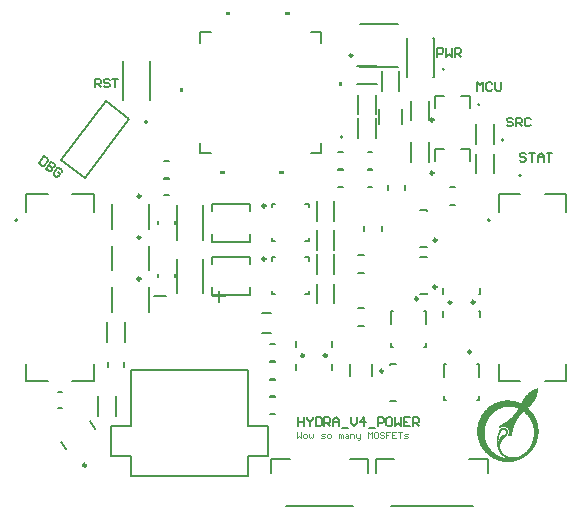
<source format=gto>
G04*
G04 #@! TF.GenerationSoftware,Altium Limited,Altium Designer,24.4.1 (13)*
G04*
G04 Layer_Color=65535*
%FSLAX44Y44*%
%MOMM*%
G71*
G04*
G04 #@! TF.SameCoordinates,740DF4E5-9B0E-41A3-91D6-8293D7FF8DF9*
G04*
G04*
G04 #@! TF.FilePolarity,Positive*
G04*
G01*
G75*
%ADD10C,0.2000*%
%ADD11C,0.2500*%
%ADD12C,0.1524*%
%ADD13C,0.1500*%
%ADD14C,0.1270*%
%ADD15C,0.1000*%
G36*
X-64405Y98991D02*
X-60595D01*
Y96451D01*
X-64405D01*
Y98991D01*
D02*
G37*
G36*
X205000Y-85000D02*
X204970Y-85711D01*
X204941Y-85800D01*
X204896Y-86170D01*
X204867Y-86584D01*
X204837Y-86940D01*
X204807Y-87117D01*
X204778Y-87265D01*
X204734Y-87665D01*
X204660Y-88124D01*
X204630Y-88243D01*
X204600Y-88391D01*
X204571Y-88657D01*
X204541Y-88805D01*
X204511Y-88924D01*
X204467Y-89087D01*
X204437Y-89294D01*
X204408Y-89472D01*
X204349Y-89620D01*
X204319Y-89738D01*
X204275Y-90019D01*
X204215Y-90167D01*
X204171Y-90330D01*
X204141Y-90538D01*
X204052Y-90745D01*
X204023Y-90863D01*
X203978Y-91056D01*
X203919Y-91204D01*
X203830Y-91530D01*
X203756Y-91692D01*
X203727Y-91811D01*
X203579Y-92196D01*
X203549Y-92314D01*
X203431Y-92581D01*
X203401Y-92699D01*
X203342Y-92759D01*
X203312Y-92877D01*
X203164Y-93203D01*
X203105Y-93351D01*
X202986Y-93617D01*
X202957Y-93677D01*
X202897Y-93736D01*
X202853Y-93899D01*
X202779Y-94002D01*
X202720Y-94150D01*
X202690Y-94210D01*
X202631Y-94269D01*
X202557Y-94461D01*
X202512Y-94506D01*
X202483Y-94565D01*
X202365Y-94772D01*
X202216Y-95039D01*
X202098Y-95246D01*
X202039Y-95305D01*
X202009Y-95424D01*
X201891Y-95542D01*
X201861Y-95631D01*
X201743Y-95809D01*
X201713Y-95868D01*
X201624Y-95957D01*
X201535Y-96105D01*
X201417Y-96283D01*
X201387Y-96342D01*
X201298Y-96431D01*
X201269Y-96490D01*
X201180Y-96579D01*
X201091Y-96727D01*
X200810Y-97097D01*
X200765Y-97141D01*
X200736Y-97200D01*
X200617Y-97319D01*
X200529Y-97467D01*
X200440Y-97556D01*
X200410Y-97615D01*
X200292Y-97733D01*
X200262Y-97793D01*
X200084Y-97970D01*
X200055Y-98030D01*
X199907Y-98178D01*
X199877Y-98237D01*
X199729Y-98385D01*
X199699Y-98444D01*
X199640Y-98474D01*
X199611Y-98533D01*
X199462Y-98681D01*
X199433Y-98740D01*
X199344Y-98799D01*
X199314Y-98859D01*
X197967Y-100206D01*
X197923Y-100221D01*
X197893Y-100280D01*
X197848Y-100325D01*
X197789Y-100354D01*
X197701Y-100473D01*
X197641Y-100502D01*
X197256Y-100887D01*
X197197Y-100917D01*
X196960Y-101154D01*
X196901Y-101183D01*
X196634Y-101450D01*
X196575Y-101480D01*
X196427Y-101628D01*
X196368Y-101657D01*
X196324Y-101790D01*
X196353Y-101879D01*
X196397Y-101924D01*
X196457Y-101953D01*
X196575Y-102072D01*
X196620Y-102087D01*
X196649Y-102146D01*
X196827Y-102294D01*
X197019Y-102486D01*
X197064Y-102501D01*
X197093Y-102560D01*
X197138Y-102605D01*
X197197Y-102634D01*
X197256Y-102723D01*
X197316Y-102753D01*
X198071Y-103508D01*
X198100Y-103567D01*
X198145Y-103612D01*
X198189Y-103626D01*
X198219Y-103686D01*
X198604Y-104071D01*
X198633Y-104130D01*
X198781Y-104278D01*
X198796Y-104322D01*
X198855Y-104352D01*
X198929Y-104456D01*
X199018Y-104544D01*
X199048Y-104604D01*
X199166Y-104722D01*
X199196Y-104781D01*
X199314Y-104900D01*
X199344Y-104959D01*
X199462Y-105077D01*
X199492Y-105137D01*
X199581Y-105225D01*
X199611Y-105285D01*
X199744Y-105448D01*
X199981Y-105744D01*
X200025Y-105788D01*
X200055Y-105847D01*
X200203Y-106055D01*
X200232Y-106114D01*
X200321Y-106203D01*
X200351Y-106262D01*
X200440Y-106351D01*
X200558Y-106558D01*
X200617Y-106617D01*
X200647Y-106677D01*
X200706Y-106736D01*
X200795Y-106884D01*
X200854Y-106943D01*
X201091Y-107358D01*
X201150Y-107417D01*
X201239Y-107565D01*
X201358Y-107772D01*
X201417Y-107831D01*
X201654Y-108246D01*
X201831Y-108542D01*
X201980Y-108809D01*
X202098Y-109016D01*
X202246Y-109283D01*
X202335Y-109490D01*
X202365Y-109549D01*
X202424Y-109608D01*
X202453Y-109727D01*
X202483Y-109786D01*
X202601Y-109964D01*
X202631Y-110082D01*
X202690Y-110141D01*
X202779Y-110378D01*
X202897Y-110645D01*
X202927Y-110704D01*
X203046Y-110970D01*
X203075Y-111030D01*
X203164Y-111237D01*
X203312Y-111563D01*
X203342Y-111681D01*
X203460Y-111948D01*
X203490Y-112066D01*
X203549Y-112125D01*
X203608Y-112362D01*
X203638Y-112421D01*
X203727Y-112629D01*
X203771Y-112792D01*
X203845Y-112954D01*
X203875Y-113073D01*
X203919Y-113236D01*
X203993Y-113399D01*
X204052Y-113636D01*
X204141Y-113843D01*
X204186Y-114065D01*
X204245Y-114213D01*
X204289Y-114376D01*
X204334Y-114598D01*
X204408Y-114790D01*
X204437Y-114909D01*
X204482Y-115131D01*
X204556Y-115383D01*
X204585Y-115501D01*
X204615Y-115768D01*
X204674Y-115916D01*
X204704Y-116034D01*
X204734Y-116241D01*
X204763Y-116360D01*
X204807Y-116552D01*
X204837Y-116671D01*
X204867Y-116908D01*
X204926Y-117263D01*
X204985Y-117500D01*
X205015Y-117855D01*
X205044Y-118122D01*
X205074Y-118270D01*
X205104Y-118448D01*
X205148Y-118847D01*
X205193Y-119632D01*
X205222Y-119810D01*
X205266Y-119913D01*
X205296Y-120002D01*
X205281Y-123186D01*
X205237Y-123200D01*
X205178Y-123615D01*
X205133Y-124429D01*
X205104Y-124666D01*
X205044Y-124962D01*
X205015Y-125259D01*
X204985Y-125584D01*
X204956Y-125732D01*
X204911Y-125895D01*
X204852Y-126310D01*
X204807Y-126561D01*
X204763Y-126724D01*
X204734Y-126932D01*
X204660Y-127243D01*
X204615Y-127406D01*
X204585Y-127524D01*
X204556Y-127761D01*
X204526Y-127850D01*
X204467Y-127998D01*
X204423Y-128279D01*
X204363Y-128427D01*
X204319Y-128590D01*
X204289Y-128708D01*
X204245Y-128871D01*
X204171Y-129064D01*
X204126Y-129316D01*
X204023Y-129567D01*
X203978Y-129760D01*
X203875Y-130011D01*
X203830Y-130204D01*
X203786Y-130248D01*
X203727Y-130485D01*
X203667Y-130633D01*
X203579Y-130841D01*
X203549Y-130959D01*
X203431Y-131226D01*
X203401Y-131344D01*
X203342Y-131403D01*
X203312Y-131522D01*
X203268Y-131685D01*
X203223Y-131729D01*
X203105Y-132025D01*
X203016Y-132232D01*
X202720Y-132884D01*
X202690Y-132943D01*
X202631Y-133002D01*
X202557Y-133195D01*
X202216Y-133831D01*
X202157Y-133980D01*
X202128Y-134039D01*
X202068Y-134098D01*
X201772Y-134631D01*
X201654Y-134838D01*
X201506Y-135105D01*
X201298Y-135430D01*
X201269Y-135490D01*
X201210Y-135549D01*
X201091Y-135756D01*
X201032Y-135815D01*
X201002Y-135904D01*
X200884Y-136082D01*
X200854Y-136141D01*
X200765Y-136230D01*
X200676Y-136378D01*
X200617Y-136437D01*
X200529Y-136585D01*
X200469Y-136645D01*
X200380Y-136793D01*
X200232Y-137000D01*
X199951Y-137370D01*
X199907Y-137415D01*
X199818Y-137563D01*
X199729Y-137652D01*
X199699Y-137711D01*
X199611Y-137800D01*
X199581Y-137859D01*
X199492Y-137948D01*
X199462Y-138007D01*
X199329Y-138170D01*
X199270Y-138258D01*
X199211Y-138288D01*
X199063Y-138466D01*
X198989Y-138569D01*
X198870Y-138688D01*
X198841Y-138747D01*
X198722Y-138866D01*
X198692Y-138925D01*
X198574Y-139043D01*
X198559Y-139088D01*
X198500Y-139117D01*
X198352Y-139295D01*
X198011Y-139635D01*
X197997Y-139680D01*
X197937Y-139710D01*
X197893Y-139754D01*
X197863Y-139813D01*
X197775Y-139872D01*
X197745Y-139932D01*
X197552Y-140124D01*
X197508Y-140139D01*
X197478Y-140198D01*
X197434Y-140243D01*
X197375Y-140272D01*
X197330Y-140317D01*
X197316Y-140361D01*
X197256Y-140391D01*
X196812Y-140835D01*
X196753Y-140864D01*
X196723Y-140924D01*
X196664Y-140953D01*
X196516Y-141101D01*
X196457Y-141131D01*
X196338Y-141249D01*
X196279Y-141279D01*
X196161Y-141397D01*
X196101Y-141427D01*
X195865Y-141664D01*
X195805Y-141694D01*
X195687Y-141812D01*
X195628Y-141842D01*
X195539Y-141931D01*
X195391Y-142019D01*
X195302Y-142108D01*
X195243Y-142138D01*
X195154Y-142227D01*
X195095Y-142256D01*
X194976Y-142375D01*
X194828Y-142464D01*
X194769Y-142523D01*
X194621Y-142612D01*
X194562Y-142671D01*
X194502Y-142701D01*
X194414Y-142789D01*
X194206Y-142908D01*
X194147Y-142967D01*
X194088Y-142997D01*
X193999Y-143085D01*
X193851Y-143174D01*
X193643Y-143293D01*
X193584Y-143352D01*
X193436Y-143441D01*
X193229Y-143559D01*
X193140Y-143648D01*
X192726Y-143885D01*
X192666Y-143944D01*
X192548Y-143974D01*
X192459Y-144063D01*
X192267Y-144137D01*
X192192Y-144211D01*
X191748Y-144448D01*
X191689Y-144507D01*
X191526Y-144551D01*
X191452Y-144625D01*
X191260Y-144699D01*
X191186Y-144773D01*
X191023Y-144818D01*
X190919Y-144892D01*
X190771Y-144951D01*
X190712Y-144981D01*
X190564Y-145070D01*
X190416Y-145129D01*
X190149Y-145247D01*
X189823Y-145395D01*
X189764Y-145425D01*
X189705Y-145484D01*
X189513Y-145528D01*
X189320Y-145632D01*
X189202Y-145662D01*
X188935Y-145780D01*
X188743Y-145854D01*
X188580Y-145928D01*
X188417Y-145973D01*
X188165Y-146076D01*
X187973Y-146150D01*
X187839Y-146195D01*
X187603Y-146254D01*
X187395Y-146343D01*
X187158Y-146402D01*
X186951Y-146491D01*
X186759Y-146535D01*
X186611Y-146594D01*
X186448Y-146639D01*
X186225Y-146683D01*
X186033Y-146757D01*
X185915Y-146787D01*
X185693Y-146831D01*
X185574Y-146861D01*
X185411Y-146905D01*
X185293Y-146935D01*
X185071Y-146980D01*
X184819Y-147053D01*
X184389Y-147128D01*
X184153Y-147187D01*
X183679Y-147246D01*
X183560Y-147276D01*
X183398Y-147320D01*
X183190Y-147350D01*
X182731Y-147394D01*
X182435Y-147453D01*
X182035Y-147498D01*
X181191Y-147542D01*
X181014Y-147572D01*
X180925Y-147601D01*
X180910Y-147646D01*
X177653Y-147616D01*
X177505Y-147557D01*
X177208Y-147527D01*
X176231Y-147468D01*
X176142Y-147438D01*
X175787Y-147379D01*
X175402Y-147350D01*
X175121Y-147305D01*
X174958Y-147261D01*
X174839Y-147231D01*
X174440Y-147187D01*
X174084Y-147098D01*
X173729Y-147039D01*
X173388Y-146935D01*
X173092Y-146905D01*
X172944Y-146846D01*
X172707Y-146787D01*
X172544Y-146743D01*
X172352Y-146669D01*
X172130Y-146624D01*
X171789Y-146521D01*
X171523Y-146461D01*
X171315Y-146372D01*
X171153Y-146328D01*
X170990Y-146254D01*
X170871Y-146224D01*
X170708Y-146180D01*
X170546Y-146106D01*
X170309Y-146047D01*
X170042Y-145928D01*
X169746Y-145810D01*
X169554Y-145736D01*
X169509Y-145691D01*
X169391Y-145662D01*
X169228Y-145617D01*
X169035Y-145514D01*
X168917Y-145484D01*
X168858Y-145425D01*
X168710Y-145366D01*
X168621Y-145336D01*
X168473Y-145247D01*
X168354Y-145218D01*
X168029Y-145070D01*
X167969Y-145040D01*
X167821Y-144951D01*
X166844Y-144448D01*
X166577Y-144299D01*
X166518Y-144240D01*
X166400Y-144211D01*
X166311Y-144122D01*
X166119Y-144048D01*
X166044Y-143974D01*
X165896Y-143915D01*
X165837Y-143855D01*
X165630Y-143737D01*
X165571Y-143678D01*
X165423Y-143618D01*
X165334Y-143530D01*
X165186Y-143441D01*
X164978Y-143322D01*
X164919Y-143263D01*
X164712Y-143145D01*
X164342Y-142863D01*
X164105Y-142715D01*
X164060Y-142671D01*
X164001Y-142641D01*
X163912Y-142552D01*
X163764Y-142464D01*
X163705Y-142404D01*
X163646Y-142375D01*
X163483Y-142241D01*
X163187Y-142004D01*
X163142Y-141960D01*
X163083Y-141931D01*
X162994Y-141842D01*
X162846Y-141753D01*
X162757Y-141664D01*
X162698Y-141634D01*
X162461Y-141397D01*
X162402Y-141368D01*
X162284Y-141249D01*
X162224Y-141220D01*
X162076Y-141072D01*
X162017Y-141042D01*
X161928Y-140953D01*
X161869Y-140924D01*
X161825Y-140879D01*
X161810Y-140835D01*
X161751Y-140805D01*
X161306Y-140361D01*
X161262Y-140346D01*
X161232Y-140287D01*
X161188Y-140243D01*
X161129Y-140213D01*
X161070Y-140124D01*
X161010Y-140094D01*
X160818Y-139902D01*
X160788Y-139843D01*
X160699Y-139784D01*
X160670Y-139724D01*
X160625Y-139680D01*
X160581Y-139665D01*
X160551Y-139606D01*
X160137Y-139191D01*
X160107Y-139132D01*
X160063Y-139088D01*
X160018Y-139073D01*
X159989Y-139014D01*
X159870Y-138895D01*
X159840Y-138836D01*
X159722Y-138717D01*
X159692Y-138658D01*
X159544Y-138510D01*
X159515Y-138451D01*
X159396Y-138333D01*
X159367Y-138273D01*
X159278Y-138214D01*
X159248Y-138155D01*
X159159Y-138066D01*
X159130Y-138007D01*
X158997Y-137844D01*
X158923Y-137740D01*
X158863Y-137681D01*
X158834Y-137622D01*
X158715Y-137503D01*
X158626Y-137355D01*
X158567Y-137296D01*
X158538Y-137237D01*
X158449Y-137148D01*
X158360Y-137000D01*
X158301Y-136941D01*
X158271Y-136882D01*
X158123Y-136674D01*
X158093Y-136615D01*
X158005Y-136526D01*
X157916Y-136378D01*
X157857Y-136319D01*
X157768Y-136171D01*
X157708Y-136112D01*
X157679Y-136023D01*
X157590Y-135934D01*
X157531Y-135786D01*
X157442Y-135697D01*
X157205Y-135282D01*
X157146Y-135223D01*
X157057Y-135075D01*
X156909Y-134809D01*
X156790Y-134601D01*
X156642Y-134335D01*
X156583Y-134276D01*
X156553Y-134157D01*
X156435Y-133980D01*
X155902Y-132943D01*
X155843Y-132795D01*
X155724Y-132528D01*
X155428Y-131877D01*
X155310Y-131610D01*
X155236Y-131418D01*
X155162Y-131255D01*
X155117Y-131092D01*
X155043Y-130959D01*
X155014Y-130841D01*
X154955Y-130693D01*
X154866Y-130485D01*
X154821Y-130322D01*
X154747Y-130160D01*
X154703Y-129967D01*
X154643Y-129819D01*
X154599Y-129686D01*
X154570Y-129567D01*
X154495Y-129375D01*
X154451Y-129241D01*
X154392Y-128975D01*
X154333Y-128827D01*
X154303Y-128708D01*
X154258Y-128516D01*
X154199Y-128368D01*
X154155Y-128205D01*
X154110Y-127983D01*
X154036Y-127731D01*
X154007Y-127524D01*
X153962Y-127331D01*
X153888Y-127080D01*
X153859Y-126872D01*
X153814Y-126680D01*
X153755Y-126443D01*
X153726Y-126177D01*
X153666Y-125851D01*
X153607Y-125614D01*
X153577Y-125259D01*
X153548Y-124992D01*
X153518Y-124814D01*
X153489Y-124666D01*
X153444Y-124267D01*
X153400Y-123482D01*
X153370Y-123304D01*
X153326Y-123200D01*
X153296Y-123112D01*
X153326Y-119884D01*
X153385Y-119736D01*
X153415Y-119440D01*
X153444Y-118699D01*
X153474Y-118581D01*
X153503Y-118285D01*
X153533Y-118196D01*
X153563Y-117900D01*
X153592Y-117692D01*
X153622Y-117367D01*
X153681Y-117219D01*
X153740Y-116715D01*
X153770Y-116597D01*
X153814Y-116434D01*
X153844Y-116286D01*
X153903Y-115931D01*
X153977Y-115679D01*
X154007Y-115560D01*
X154036Y-115323D01*
X154096Y-115175D01*
X154155Y-114938D01*
X154199Y-114716D01*
X154273Y-114553D01*
X154303Y-114346D01*
X154377Y-114154D01*
X154421Y-113991D01*
X154466Y-113798D01*
X154525Y-113650D01*
X154570Y-113517D01*
X154614Y-113354D01*
X154673Y-113206D01*
X154718Y-113073D01*
X154762Y-112910D01*
X154836Y-112747D01*
X154895Y-112510D01*
X155014Y-112244D01*
X155043Y-112125D01*
X155132Y-111977D01*
X155177Y-111814D01*
X155221Y-111711D01*
X155280Y-111563D01*
X155354Y-111370D01*
X155399Y-111326D01*
X155428Y-111207D01*
X155872Y-110230D01*
X156228Y-109549D01*
X156317Y-109342D01*
X156346Y-109283D01*
X156405Y-109223D01*
X156435Y-109105D01*
X156553Y-108927D01*
X156790Y-108512D01*
X156938Y-108246D01*
X157057Y-108039D01*
X157116Y-107979D01*
X157353Y-107565D01*
X157412Y-107506D01*
X157531Y-107298D01*
X157738Y-106973D01*
X157768Y-106913D01*
X157857Y-106825D01*
X157901Y-106721D01*
X157945Y-106706D01*
X157975Y-106647D01*
X158167Y-106366D01*
X158242Y-106262D01*
X158449Y-105966D01*
X158478Y-105907D01*
X158567Y-105818D01*
X158597Y-105758D01*
X158715Y-105640D01*
X158745Y-105581D01*
X158834Y-105492D01*
X158863Y-105433D01*
X158923Y-105374D01*
X158952Y-105314D01*
X159085Y-105152D01*
X159130Y-105107D01*
X159159Y-105048D01*
X159278Y-104929D01*
X159307Y-104870D01*
X159426Y-104752D01*
X159456Y-104692D01*
X159604Y-104544D01*
X159633Y-104485D01*
X159722Y-104396D01*
X159737Y-104352D01*
X159796Y-104322D01*
X159870Y-104219D01*
X159989Y-104100D01*
X160018Y-104041D01*
X160551Y-103508D01*
X160581Y-103449D01*
X160670Y-103390D01*
X160699Y-103330D01*
X161306Y-102723D01*
X161366Y-102694D01*
X161425Y-102605D01*
X161484Y-102575D01*
X161899Y-102161D01*
X161958Y-102131D01*
X162195Y-101894D01*
X162254Y-101865D01*
X162372Y-101746D01*
X162432Y-101716D01*
X162580Y-101568D01*
X162639Y-101539D01*
X162757Y-101420D01*
X162802Y-101405D01*
X162817Y-101361D01*
X162876Y-101331D01*
X162980Y-101257D01*
X162994Y-101213D01*
X163142Y-101124D01*
X163231Y-101035D01*
X163290Y-101006D01*
X163379Y-100917D01*
X163527Y-100828D01*
X163616Y-100739D01*
X163675Y-100710D01*
X163705Y-100650D01*
X163912Y-100532D01*
X163972Y-100473D01*
X164031Y-100443D01*
X164090Y-100384D01*
X164149Y-100354D01*
X164312Y-100221D01*
X164549Y-100073D01*
X164653Y-99999D01*
X164712Y-99940D01*
X164919Y-99821D01*
X165126Y-99673D01*
X165334Y-99555D01*
X165393Y-99495D01*
X165556Y-99421D01*
X165571Y-99377D01*
X165778Y-99258D01*
X166044Y-99110D01*
X166252Y-98992D01*
X166518Y-98844D01*
X166577Y-98785D01*
X166696Y-98755D01*
X166785Y-98666D01*
X166933Y-98607D01*
X166992Y-98577D01*
X167051Y-98518D01*
X167244Y-98444D01*
X167880Y-98104D01*
X168029Y-98044D01*
X168088Y-98015D01*
X168621Y-97778D01*
X169006Y-97600D01*
X169065Y-97571D01*
X169124Y-97511D01*
X169346Y-97467D01*
X169539Y-97363D01*
X169702Y-97319D01*
X169953Y-97215D01*
X170101Y-97156D01*
X170309Y-97067D01*
X170427Y-97038D01*
X170634Y-96949D01*
X170753Y-96919D01*
X170916Y-96875D01*
X171079Y-96801D01*
X171315Y-96742D01*
X171523Y-96653D01*
X171641Y-96623D01*
X171834Y-96549D01*
X171997Y-96505D01*
X172234Y-96475D01*
X172441Y-96386D01*
X172559Y-96356D01*
X172722Y-96312D01*
X172974Y-96238D01*
X173181Y-96208D01*
X173374Y-96164D01*
X173625Y-96090D01*
X173833Y-96060D01*
X173951Y-96031D01*
X174099Y-95971D01*
X174395Y-95942D01*
X174603Y-95912D01*
X174721Y-95883D01*
X174913Y-95838D01*
X175032Y-95809D01*
X175298Y-95779D01*
X175535Y-95749D01*
X175683Y-95720D01*
X175861Y-95690D01*
X176261Y-95646D01*
X176720Y-95601D01*
X176957Y-95572D01*
X177253Y-95542D01*
X177667Y-95513D01*
X178911Y-95483D01*
X179666Y-95468D01*
X179755Y-95498D01*
X181325Y-95527D01*
X181413Y-95557D01*
X181872Y-95601D01*
X182139Y-95631D01*
X182524Y-95661D01*
X183057Y-95749D01*
X183294Y-95779D01*
X183590Y-95809D01*
X183827Y-95868D01*
X183975Y-95898D01*
X184153Y-95927D01*
X184389Y-95957D01*
X184538Y-95986D01*
X184671Y-96031D01*
X184789Y-96060D01*
X185174Y-96120D01*
X185322Y-96179D01*
X185441Y-96208D01*
X185693Y-96253D01*
X186033Y-96356D01*
X186255Y-96401D01*
X186418Y-96475D01*
X186625Y-96505D01*
X186818Y-96579D01*
X186951Y-96623D01*
X187218Y-96682D01*
X187425Y-96771D01*
X187543Y-96801D01*
X187839Y-96919D01*
X188032Y-96964D01*
X188165Y-97038D01*
X188284Y-97067D01*
X188447Y-97112D01*
X188491Y-97156D01*
X188698Y-97215D01*
X189024Y-97363D01*
X189142Y-97393D01*
X189675Y-97630D01*
X189823Y-97689D01*
X190090Y-97808D01*
X190149Y-97837D01*
X190475Y-97985D01*
X190593Y-97956D01*
X190638Y-97911D01*
X190712Y-97719D01*
X190786Y-97645D01*
X190860Y-97452D01*
X190934Y-97378D01*
X190978Y-97215D01*
X191052Y-97141D01*
X191112Y-96993D01*
X191141Y-96934D01*
X191201Y-96875D01*
X191245Y-96742D01*
X191260Y-96727D01*
X191289Y-96667D01*
X191378Y-96519D01*
X191585Y-96134D01*
X191645Y-96075D01*
X191674Y-95957D01*
X191793Y-95779D01*
X192030Y-95365D01*
X192178Y-95098D01*
X192296Y-94891D01*
X192355Y-94831D01*
X192385Y-94713D01*
X192474Y-94624D01*
X192622Y-94358D01*
X192829Y-94032D01*
X192859Y-93973D01*
X192918Y-93913D01*
X193155Y-93499D01*
X193214Y-93440D01*
X193303Y-93292D01*
X193451Y-93084D01*
X193570Y-92877D01*
X193658Y-92788D01*
X193688Y-92699D01*
X193777Y-92611D01*
X193866Y-92462D01*
X193925Y-92403D01*
X194014Y-92255D01*
X194073Y-92196D01*
X194102Y-92137D01*
X194221Y-92018D01*
X194310Y-91870D01*
X194369Y-91811D01*
X194399Y-91752D01*
X194487Y-91663D01*
X194576Y-91515D01*
X194665Y-91426D01*
X194695Y-91367D01*
X194902Y-91159D01*
X194932Y-91100D01*
X195065Y-90937D01*
X195198Y-90804D01*
X195228Y-90745D01*
X195346Y-90626D01*
X195376Y-90567D01*
X196205Y-89738D01*
X196235Y-89679D01*
X196338Y-89605D01*
X196694Y-89249D01*
X196753Y-89220D01*
X196990Y-88983D01*
X197049Y-88953D01*
X197167Y-88835D01*
X197227Y-88805D01*
X197316Y-88716D01*
X197375Y-88687D01*
X197478Y-88613D01*
X197493Y-88568D01*
X197552Y-88539D01*
X197626Y-88494D01*
X197656Y-88435D01*
X197819Y-88331D01*
X198189Y-88050D01*
X198234Y-88006D01*
X198441Y-87887D01*
X198648Y-87739D01*
X198974Y-87532D01*
X199033Y-87502D01*
X199092Y-87443D01*
X199300Y-87325D01*
X199566Y-87177D01*
X199773Y-87058D01*
X200040Y-86910D01*
X200099Y-86851D01*
X200262Y-86806D01*
X200336Y-86732D01*
X200529Y-86658D01*
X200721Y-86555D01*
X200839Y-86525D01*
X200928Y-86436D01*
X201091Y-86392D01*
X201284Y-86288D01*
X201476Y-86214D01*
X201639Y-86140D01*
X201831Y-86066D01*
X201876Y-86022D01*
X201994Y-85992D01*
X202187Y-85918D01*
X202231Y-85874D01*
X202424Y-85829D01*
X202735Y-85696D01*
X202912Y-85666D01*
X203060Y-85577D01*
X203253Y-85533D01*
X203505Y-85429D01*
X203771Y-85370D01*
X203978Y-85281D01*
X204171Y-85237D01*
X204319Y-85178D01*
X204482Y-85133D01*
X204748Y-85104D01*
X204822Y-85030D01*
X204837Y-84985D01*
X205000Y-85000D01*
D02*
G37*
G36*
X-14405Y98991D02*
X-10595D01*
Y96451D01*
X-14405D01*
Y98991D01*
D02*
G37*
G36*
X-96009Y165595D02*
X-98549D01*
Y169405D01*
X-96009D01*
Y165595D01*
D02*
G37*
G36*
X-59405Y231009D02*
X-55595D01*
Y233549D01*
X-59405D01*
Y231009D01*
D02*
G37*
G36*
X36009Y170595D02*
X38549D01*
Y174405D01*
X36009D01*
Y170595D01*
D02*
G37*
G36*
X-9405Y231009D02*
X-5595D01*
Y233549D01*
X-9405D01*
Y231009D01*
D02*
G37*
%LPC*%
G36*
X175876Y-120669D02*
X175135Y-120698D01*
X174928Y-120787D01*
X174780Y-120817D01*
X174721Y-120876D01*
X174454Y-121024D01*
X174395Y-121083D01*
X174336Y-121113D01*
X174247Y-121202D01*
X174188Y-121231D01*
X174040Y-121379D01*
X173981Y-121409D01*
X173907Y-121483D01*
X173877Y-121542D01*
X173759Y-121661D01*
X173729Y-121720D01*
X173610Y-121838D01*
X173522Y-121986D01*
X173314Y-122312D01*
X173107Y-122697D01*
X173048Y-122845D01*
X172959Y-122993D01*
X172900Y-123141D01*
X172781Y-123408D01*
X172707Y-123600D01*
X172663Y-123645D01*
X172604Y-123882D01*
X172485Y-124148D01*
X172441Y-124311D01*
X172381Y-124429D01*
X172367Y-124444D01*
X172337Y-124563D01*
X172293Y-124726D01*
X172219Y-124888D01*
X172145Y-125199D01*
X172071Y-125362D01*
X172026Y-125614D01*
X171967Y-125762D01*
X171923Y-125925D01*
X171878Y-126147D01*
X171804Y-126339D01*
X171775Y-126458D01*
X171730Y-126710D01*
X171656Y-126961D01*
X171626Y-127080D01*
X171582Y-127361D01*
X171508Y-127613D01*
X171478Y-127820D01*
X171434Y-128013D01*
X171375Y-128249D01*
X171345Y-128486D01*
X171315Y-128753D01*
X171256Y-128990D01*
X171227Y-129138D01*
X171197Y-129434D01*
X171153Y-129834D01*
X171123Y-129952D01*
X171064Y-130248D01*
X171108Y-130352D01*
X171153Y-130337D01*
X171182Y-130219D01*
X171227Y-130056D01*
X171271Y-130011D01*
X171330Y-129863D01*
X171375Y-129671D01*
X171464Y-129434D01*
X171493Y-129316D01*
X171626Y-129004D01*
X171656Y-128886D01*
X171715Y-128827D01*
X171775Y-128620D01*
X171923Y-128294D01*
X171952Y-128235D01*
X172011Y-128175D01*
X172100Y-127938D01*
X172160Y-127879D01*
X172189Y-127761D01*
X172278Y-127613D01*
X172396Y-127406D01*
X172456Y-127346D01*
X172574Y-127139D01*
X172766Y-126858D01*
X173003Y-126561D01*
X173078Y-126458D01*
X173344Y-126191D01*
X173359Y-126147D01*
X173418Y-126117D01*
X173492Y-126014D01*
X173566Y-125940D01*
X173625Y-125910D01*
X173788Y-125777D01*
X173833Y-125732D01*
X173892Y-125703D01*
X173981Y-125614D01*
X174129Y-125525D01*
X174336Y-125407D01*
X174395Y-125347D01*
X174514Y-125318D01*
X174691Y-125199D01*
X174810Y-125170D01*
X174958Y-125081D01*
X175239Y-124977D01*
X175284Y-124933D01*
X175550Y-124874D01*
X175817Y-124755D01*
X175935Y-124726D01*
X175994Y-124666D01*
X176231Y-124607D01*
X176290Y-124577D01*
X176350Y-124518D01*
X176468Y-124489D01*
X176616Y-124400D01*
X176675Y-124340D01*
X176735Y-124311D01*
X176824Y-124222D01*
X176971Y-124133D01*
X177016Y-124089D01*
X177046Y-124030D01*
X177164Y-123911D01*
X177194Y-123852D01*
X177283Y-123704D01*
X177460Y-123319D01*
X177490Y-123171D01*
X177549Y-123023D01*
X177579Y-122727D01*
X177549Y-122253D01*
X177460Y-122046D01*
X177430Y-121868D01*
X177312Y-121690D01*
X177253Y-121542D01*
X177164Y-121453D01*
X177134Y-121394D01*
X176824Y-121083D01*
X176764Y-121053D01*
X176675Y-120965D01*
X176483Y-120891D01*
X176409Y-120817D01*
X176142Y-120757D01*
X175994Y-120698D01*
X175876Y-120669D01*
D02*
G37*
G36*
X179962Y-100887D02*
X179874Y-100917D01*
X178837Y-100947D01*
X178748Y-100976D01*
X177949Y-101035D01*
X177830Y-101065D01*
X177549Y-101109D01*
X177194Y-101169D01*
X176957Y-101198D01*
X176809Y-101228D01*
X176646Y-101272D01*
X176527Y-101302D01*
X176157Y-101346D01*
X175817Y-101450D01*
X175535Y-101494D01*
X175387Y-101553D01*
X175269Y-101583D01*
X175121Y-101613D01*
X175002Y-101642D01*
X174839Y-101716D01*
X174499Y-101790D01*
X174336Y-101865D01*
X174144Y-101909D01*
X173995Y-101968D01*
X173803Y-102042D01*
X173655Y-102072D01*
X173596Y-102131D01*
X173403Y-102175D01*
X173285Y-102205D01*
X173092Y-102309D01*
X172929Y-102353D01*
X172885Y-102397D01*
X172737Y-102457D01*
X172574Y-102501D01*
X172530Y-102545D01*
X172248Y-102649D01*
X172115Y-102723D01*
X171967Y-102782D01*
X171819Y-102871D01*
X171626Y-102945D01*
X171582Y-102990D01*
X171464Y-103019D01*
X171315Y-103108D01*
X170783Y-103404D01*
X170634Y-103463D01*
X170486Y-103552D01*
X170279Y-103671D01*
X170220Y-103730D01*
X170101Y-103760D01*
X170012Y-103848D01*
X169598Y-104085D01*
X169539Y-104145D01*
X169391Y-104234D01*
X169331Y-104293D01*
X169183Y-104382D01*
X168976Y-104500D01*
X168917Y-104559D01*
X168769Y-104648D01*
X168710Y-104707D01*
X168650Y-104737D01*
X168280Y-105018D01*
X168176Y-105092D01*
X168117Y-105152D01*
X167969Y-105240D01*
X167910Y-105300D01*
X167851Y-105329D01*
X167732Y-105448D01*
X167673Y-105477D01*
X167555Y-105596D01*
X167495Y-105625D01*
X167466Y-105684D01*
X167407Y-105714D01*
X167244Y-105847D01*
X167199Y-105892D01*
X167140Y-105921D01*
X166903Y-106158D01*
X166844Y-106188D01*
X166577Y-106454D01*
X166518Y-106484D01*
X166459Y-106573D01*
X166400Y-106602D01*
X166355Y-106647D01*
X166341Y-106691D01*
X166281Y-106721D01*
X166207Y-106795D01*
X166192Y-106839D01*
X166133Y-106869D01*
X165911Y-107091D01*
X165896Y-107135D01*
X165837Y-107165D01*
X165793Y-107210D01*
X165763Y-107269D01*
X165660Y-107343D01*
X165511Y-107521D01*
X165378Y-107654D01*
X165348Y-107713D01*
X165260Y-107772D01*
X165230Y-107831D01*
X165082Y-107979D01*
X165052Y-108039D01*
X164934Y-108157D01*
X164904Y-108216D01*
X164786Y-108335D01*
X164756Y-108394D01*
X164638Y-108512D01*
X164608Y-108572D01*
X164490Y-108690D01*
X164460Y-108749D01*
X164371Y-108838D01*
X164342Y-108897D01*
X164253Y-108986D01*
X164223Y-109046D01*
X164090Y-109208D01*
X164016Y-109312D01*
X163957Y-109371D01*
X163868Y-109519D01*
X163809Y-109579D01*
X163720Y-109727D01*
X163661Y-109786D01*
X163572Y-109934D01*
X163424Y-110141D01*
X163216Y-110467D01*
X163187Y-110526D01*
X163098Y-110615D01*
X163068Y-110704D01*
X162950Y-110882D01*
X162861Y-111030D01*
X162743Y-111237D01*
X162683Y-111296D01*
X162624Y-111444D01*
X162565Y-111503D01*
X162506Y-111651D01*
X162476Y-111711D01*
X162417Y-111770D01*
X162343Y-111962D01*
X162269Y-112036D01*
X162195Y-112229D01*
X162121Y-112303D01*
X162091Y-112421D01*
X161973Y-112629D01*
X161913Y-112777D01*
X161825Y-112925D01*
X161795Y-113043D01*
X161736Y-113103D01*
X161617Y-113399D01*
X161528Y-113606D01*
X161380Y-113932D01*
X161351Y-114021D01*
X161232Y-114287D01*
X161203Y-114405D01*
X161143Y-114465D01*
X161099Y-114657D01*
X161040Y-114805D01*
X160996Y-114850D01*
X160951Y-115042D01*
X160892Y-115190D01*
X160818Y-115383D01*
X160788Y-115560D01*
X160699Y-115768D01*
X160640Y-116004D01*
X160551Y-116212D01*
X160477Y-116523D01*
X160403Y-116715D01*
X160374Y-116952D01*
X160285Y-117160D01*
X160255Y-117367D01*
X160211Y-117559D01*
X160166Y-117722D01*
X160137Y-117840D01*
X160107Y-118048D01*
X160063Y-118240D01*
X160018Y-118403D01*
X159989Y-118522D01*
X159915Y-119069D01*
X159855Y-119306D01*
X159826Y-119602D01*
X159796Y-119928D01*
X159737Y-120284D01*
X159692Y-120683D01*
X159648Y-121557D01*
X159619Y-122238D01*
X159604Y-123260D01*
X159633Y-123349D01*
X159663Y-124415D01*
X159692Y-124503D01*
X159722Y-125244D01*
X159752Y-125333D01*
X159796Y-125614D01*
X159826Y-125940D01*
X159855Y-126236D01*
X159915Y-126473D01*
X159944Y-126621D01*
X159974Y-126887D01*
X160033Y-127213D01*
X160077Y-127376D01*
X160107Y-127494D01*
X160152Y-127776D01*
X160196Y-127938D01*
X160255Y-128175D01*
X160285Y-128412D01*
X160374Y-128620D01*
X160403Y-128827D01*
X160477Y-129019D01*
X160522Y-129182D01*
X160566Y-129375D01*
X160625Y-129523D01*
X160670Y-129656D01*
X160714Y-129848D01*
X160788Y-130011D01*
X160818Y-130130D01*
X160862Y-130293D01*
X160966Y-130544D01*
X160996Y-130663D01*
X161114Y-130929D01*
X161143Y-131048D01*
X161232Y-131255D01*
X161306Y-131448D01*
X161351Y-131492D01*
X161380Y-131610D01*
X161440Y-131758D01*
X161528Y-131966D01*
X161677Y-132262D01*
Y-132292D01*
X161973Y-132913D01*
X162002Y-132973D01*
X162062Y-133032D01*
X162150Y-133269D01*
X162210Y-133328D01*
X162284Y-133520D01*
X162358Y-133595D01*
X162432Y-133787D01*
X162506Y-133861D01*
X162535Y-133980D01*
X162654Y-134157D01*
X162743Y-134305D01*
X162802Y-134365D01*
X162831Y-134483D01*
X162920Y-134572D01*
X163157Y-134986D01*
X163216Y-135046D01*
X163305Y-135194D01*
X163424Y-135401D01*
X163512Y-135490D01*
X163601Y-135638D01*
X163897Y-136052D01*
X164179Y-136423D01*
X164223Y-136467D01*
X164312Y-136615D01*
X164371Y-136674D01*
X164401Y-136734D01*
X164519Y-136852D01*
X164549Y-136911D01*
X164638Y-137000D01*
X164667Y-137059D01*
X164786Y-137178D01*
X164816Y-137237D01*
X164934Y-137355D01*
X164964Y-137415D01*
X165201Y-137652D01*
X165230Y-137711D01*
X165378Y-137859D01*
X165408Y-137918D01*
X165645Y-138155D01*
X165674Y-138214D01*
X165748Y-138288D01*
X165793Y-138303D01*
X165822Y-138362D01*
X165867Y-138407D01*
X165926Y-138436D01*
X166000Y-138540D01*
X166089Y-138599D01*
X166119Y-138658D01*
X166163Y-138703D01*
X166222Y-138732D01*
X166296Y-138836D01*
X166355Y-138866D01*
X166385Y-138925D01*
X166459Y-138999D01*
X166518Y-139029D01*
X166548Y-139088D01*
X166607Y-139117D01*
X166755Y-139265D01*
X166814Y-139295D01*
X167051Y-139532D01*
X167111Y-139562D01*
X167258Y-139710D01*
X167318Y-139739D01*
X167436Y-139858D01*
X167495Y-139887D01*
X167525Y-139946D01*
X167584Y-139976D01*
X167703Y-140094D01*
X167762Y-140124D01*
X167925Y-140257D01*
X168813Y-140939D01*
X169050Y-141087D01*
X169213Y-141190D01*
X169272Y-141249D01*
X169420Y-141338D01*
X169628Y-141457D01*
X169687Y-141516D01*
X170101Y-141753D01*
X170161Y-141812D01*
X170279Y-141842D01*
X170368Y-141931D01*
X170634Y-142079D01*
X171138Y-142345D01*
X171404Y-142493D01*
X171552Y-142552D01*
X171878Y-142701D01*
X171937Y-142730D01*
X172441Y-142967D01*
X172559Y-142997D01*
X172619Y-143056D01*
X172826Y-143115D01*
X173151Y-143263D01*
X173240Y-143293D01*
X173448Y-143382D01*
X173640Y-143426D01*
X173773Y-143500D01*
X173892Y-143530D01*
X174277Y-143678D01*
X174484Y-143707D01*
X174691Y-143796D01*
X174810Y-143826D01*
X174973Y-143870D01*
X175165Y-143944D01*
X175446Y-143989D01*
X175787Y-144092D01*
X176009Y-144137D01*
X176261Y-144211D01*
X176468Y-144240D01*
X176749Y-144285D01*
X176986Y-144344D01*
X177164Y-144374D01*
X177430Y-144403D01*
X177608Y-144433D01*
X177756Y-144462D01*
X177934Y-144492D01*
X178230Y-144522D01*
X178645Y-144551D01*
X178970Y-144581D01*
X179503Y-144640D01*
X180732Y-144655D01*
X180821Y-144625D01*
X181028Y-144596D01*
X181043Y-144581D01*
X180644Y-144536D01*
X179829Y-144492D01*
X179681Y-144462D01*
X179444Y-144403D01*
X179178Y-144374D01*
X179000Y-144344D01*
X178645Y-144255D01*
X178467Y-144226D01*
X178349Y-144196D01*
X178156Y-144122D01*
X178038Y-144092D01*
X177860Y-144063D01*
X177801Y-144003D01*
X177593Y-143944D01*
X177430Y-143900D01*
X177386Y-143855D01*
X177179Y-143796D01*
X176853Y-143648D01*
X176172Y-143293D01*
X175965Y-143174D01*
X175905Y-143115D01*
X175757Y-143056D01*
X175669Y-142967D01*
X175461Y-142849D01*
X175298Y-142745D01*
X175284Y-142701D01*
X175135Y-142612D01*
X175076Y-142552D01*
X174928Y-142464D01*
X174839Y-142375D01*
X174780Y-142345D01*
X174662Y-142227D01*
X174603Y-142197D01*
X174573Y-142138D01*
X174514Y-142108D01*
X174247Y-141842D01*
X174188Y-141812D01*
X174025Y-141649D01*
X173995Y-141590D01*
X173610Y-141205D01*
X173581Y-141146D01*
X173344Y-140909D01*
X173255Y-140761D01*
X173196Y-140702D01*
X173166Y-140642D01*
X173078Y-140554D01*
X173048Y-140494D01*
X172915Y-140331D01*
X172811Y-140169D01*
X172663Y-139961D01*
X172456Y-139635D01*
X172426Y-139576D01*
X172367Y-139517D01*
X172293Y-139325D01*
X172219Y-139251D01*
X172160Y-139102D01*
X172100Y-139043D01*
X172041Y-138895D01*
X171952Y-138747D01*
X171893Y-138599D01*
X171863Y-138540D01*
X171804Y-138481D01*
X171775Y-138362D01*
X171478Y-137711D01*
X171419Y-137563D01*
X171330Y-137355D01*
X171301Y-137237D01*
X171212Y-137030D01*
X171108Y-136748D01*
X171064Y-136615D01*
X171019Y-136423D01*
X170945Y-136260D01*
X170916Y-136141D01*
X170871Y-135978D01*
X170797Y-135815D01*
X170753Y-135534D01*
X170694Y-135386D01*
X170649Y-135223D01*
X170605Y-134972D01*
X170501Y-134631D01*
X170457Y-134290D01*
X170368Y-133935D01*
X170338Y-133669D01*
X170309Y-133491D01*
X170249Y-133195D01*
X170116Y-131995D01*
X170087Y-131788D01*
X170057Y-130781D01*
X170027Y-129508D01*
X170057Y-129419D01*
X170087Y-127998D01*
X170116Y-127909D01*
X170161Y-127509D01*
X170190Y-127272D01*
X170220Y-126917D01*
X170249Y-126680D01*
X170309Y-126384D01*
X170338Y-126206D01*
X170368Y-125940D01*
X170427Y-125703D01*
X170471Y-125540D01*
X170516Y-125199D01*
X170546Y-125081D01*
X170620Y-124888D01*
X170664Y-124577D01*
X170723Y-124429D01*
X170753Y-124311D01*
X170783Y-124163D01*
X170812Y-124044D01*
X170871Y-123896D01*
X170960Y-123571D01*
X171034Y-123408D01*
X171093Y-123141D01*
X171212Y-122875D01*
X171241Y-122756D01*
X171360Y-122490D01*
X171390Y-122371D01*
X171508Y-122105D01*
X171538Y-122046D01*
X171597Y-121986D01*
X171626Y-121868D01*
X171775Y-121542D01*
X171863Y-121394D01*
X171923Y-121246D01*
X171952Y-121157D01*
X172041Y-121068D01*
X172085Y-120876D01*
X172189Y-120713D01*
X172248Y-120565D01*
X172307Y-120506D01*
X172426Y-120298D01*
X172485Y-120239D01*
X172515Y-120150D01*
X172633Y-120032D01*
X172663Y-119973D01*
X173122Y-119514D01*
X173181Y-119484D01*
X173270Y-119395D01*
X173418Y-119306D01*
X173477Y-119247D01*
X173685Y-119129D01*
X174129Y-118921D01*
X174395Y-118803D01*
X174617Y-118758D01*
X174810Y-118685D01*
X175195Y-118655D01*
X175313Y-118625D01*
X175713Y-118610D01*
X176128Y-118640D01*
X176424Y-118670D01*
X176601Y-118699D01*
X176749Y-118758D01*
X176986Y-118818D01*
X177134Y-118877D01*
X177297Y-118951D01*
X177416Y-118981D01*
X177475Y-119040D01*
X177623Y-119099D01*
X177682Y-119129D01*
X177742Y-119188D01*
X177949Y-119306D01*
X178215Y-119514D01*
X178319Y-119588D01*
X178334Y-119632D01*
X178393Y-119662D01*
X178615Y-119884D01*
X178630Y-119928D01*
X178689Y-119958D01*
X178763Y-120062D01*
X178822Y-120121D01*
X178852Y-120180D01*
X179000Y-120387D01*
X179089Y-120535D01*
X179178Y-120743D01*
X179207Y-120802D01*
X179266Y-120861D01*
X179311Y-121053D01*
X179415Y-121305D01*
X179444Y-121512D01*
X179533Y-121868D01*
X179563Y-122164D01*
X179533Y-122816D01*
X179503Y-122904D01*
X179474Y-123023D01*
X179444Y-123230D01*
X179415Y-123349D01*
X179326Y-123556D01*
X179296Y-123674D01*
X179030Y-124178D01*
X178941Y-124326D01*
X178882Y-124385D01*
X178793Y-124533D01*
X178734Y-124592D01*
X178704Y-124651D01*
X178556Y-124799D01*
X178526Y-124859D01*
X178482Y-124903D01*
X178423Y-124933D01*
X178363Y-125022D01*
X178304Y-125051D01*
X178230Y-125125D01*
X178200Y-125184D01*
X178067Y-125347D01*
X178008Y-125377D01*
X177889Y-125495D01*
X177830Y-125525D01*
X177742Y-125614D01*
X177608Y-125688D01*
X177593Y-125732D01*
X177534Y-125762D01*
X177386Y-125910D01*
X177327Y-125940D01*
X177060Y-126206D01*
X177016Y-126221D01*
X176986Y-126280D01*
X176942Y-126325D01*
X176883Y-126354D01*
X176128Y-127109D01*
X176113Y-127154D01*
X176054Y-127183D01*
X175979Y-127287D01*
X175743Y-127524D01*
X175713Y-127583D01*
X175595Y-127702D01*
X175565Y-127761D01*
X175506Y-127790D01*
X175476Y-127850D01*
X175343Y-128013D01*
X175269Y-128116D01*
X175180Y-128205D01*
X175150Y-128264D01*
X175061Y-128353D01*
X174973Y-128501D01*
X174913Y-128560D01*
X174825Y-128708D01*
X174765Y-128768D01*
X174676Y-128916D01*
X174617Y-128975D01*
X174499Y-129182D01*
X174232Y-129626D01*
X174114Y-129834D01*
X173966Y-130100D01*
X173729Y-130604D01*
X173699Y-130663D01*
X173610Y-130870D01*
X173462Y-131196D01*
X173433Y-131344D01*
X173374Y-131403D01*
X173285Y-131758D01*
X173196Y-131966D01*
X173122Y-132277D01*
X173078Y-132410D01*
X173048Y-132528D01*
X173003Y-132810D01*
X172944Y-133047D01*
X172915Y-133224D01*
X172885Y-133609D01*
X172855Y-133935D01*
X172826Y-134438D01*
X172811Y-134601D01*
X172840Y-134690D01*
X172870Y-135401D01*
X172900Y-135490D01*
X172929Y-135934D01*
X172989Y-136082D01*
X173048Y-136437D01*
X173092Y-136600D01*
X173151Y-136748D01*
X173181Y-136896D01*
X173211Y-137015D01*
X173270Y-137163D01*
X173314Y-137296D01*
X173344Y-137415D01*
X173374Y-137474D01*
X173492Y-137740D01*
X173522Y-137800D01*
X173610Y-138007D01*
X173847Y-138451D01*
X173966Y-138658D01*
X174114Y-138925D01*
X174173Y-138984D01*
X174203Y-139073D01*
X174292Y-139162D01*
X174380Y-139310D01*
X174440Y-139369D01*
X174529Y-139517D01*
X174588Y-139576D01*
X174662Y-139710D01*
X174721Y-139739D01*
X174795Y-139843D01*
X174854Y-139902D01*
X174884Y-139961D01*
X175002Y-140080D01*
X175032Y-140139D01*
X175180Y-140287D01*
X175210Y-140346D01*
X175284Y-140420D01*
X175328Y-140435D01*
X175358Y-140494D01*
X175402Y-140539D01*
X175461Y-140568D01*
X175506Y-140613D01*
X175520Y-140657D01*
X175580Y-140687D01*
X175876Y-140983D01*
X175935Y-141012D01*
X176024Y-141101D01*
X176083Y-141131D01*
X176202Y-141249D01*
X176261Y-141279D01*
X176379Y-141397D01*
X176439Y-141427D01*
X176498Y-141486D01*
X176557Y-141516D01*
X176927Y-141768D01*
X176971Y-141812D01*
X177120Y-141901D01*
X177386Y-142049D01*
X177445Y-142108D01*
X177564Y-142138D01*
X177653Y-142227D01*
X177845Y-142301D01*
X177919Y-142375D01*
X178112Y-142449D01*
X178156Y-142493D01*
X178437Y-142597D01*
X178482Y-142641D01*
X178763Y-142745D01*
X178808Y-142789D01*
X179044Y-142849D01*
X179311Y-142967D01*
X179459Y-142997D01*
X179518Y-143056D01*
X179755Y-143115D01*
X179918Y-143160D01*
X180110Y-143233D01*
X180362Y-143278D01*
X180555Y-143352D01*
X180673Y-143382D01*
X180984Y-143426D01*
X181236Y-143500D01*
X181443Y-143530D01*
X181784Y-143574D01*
X181961Y-143604D01*
X182109Y-143633D01*
X182405Y-143663D01*
X183027Y-143693D01*
X183590Y-143722D01*
X183753Y-143737D01*
X183842Y-143707D01*
X185174Y-143678D01*
X185263Y-143648D01*
X185707Y-143618D01*
X185796Y-143589D01*
X186048Y-143544D01*
X186285Y-143515D01*
X186611Y-143456D01*
X186773Y-143411D01*
X186981Y-143382D01*
X187247Y-143352D01*
X187395Y-143293D01*
X187662Y-143263D01*
X187810Y-143204D01*
X188106Y-143115D01*
X188298Y-143041D01*
X188343Y-142997D01*
X188461Y-142967D01*
X188609Y-142908D01*
X188669Y-142849D01*
X188831Y-142804D01*
X189024Y-142701D01*
X189216Y-142626D01*
X189261Y-142582D01*
X189409Y-142523D01*
X189557Y-142434D01*
X189705Y-142375D01*
X189764Y-142345D01*
X189823Y-142286D01*
X190016Y-142212D01*
X190090Y-142138D01*
X190282Y-142064D01*
X190357Y-141990D01*
X190475Y-141960D01*
X190682Y-141812D01*
X190830Y-141723D01*
X191245Y-141486D01*
X191304Y-141427D01*
X191452Y-141338D01*
X191630Y-141220D01*
X191689Y-141190D01*
X191748Y-141131D01*
X191896Y-141042D01*
X191956Y-140983D01*
X192104Y-140894D01*
X192163Y-140835D01*
X192252Y-140805D01*
X192341Y-140716D01*
X192400Y-140687D01*
X192563Y-140554D01*
X192666Y-140479D01*
X192726Y-140420D01*
X192874Y-140331D01*
X192933Y-140272D01*
X192992Y-140243D01*
X193111Y-140124D01*
X193170Y-140094D01*
X193288Y-139976D01*
X193347Y-139946D01*
X193466Y-139828D01*
X193525Y-139798D01*
X193614Y-139710D01*
X193673Y-139680D01*
X193821Y-139532D01*
X193880Y-139502D01*
X194117Y-139265D01*
X194177Y-139236D01*
X194221Y-139191D01*
X194236Y-139147D01*
X194295Y-139117D01*
X195376Y-138036D01*
X195391Y-137992D01*
X195450Y-137962D01*
X195494Y-137918D01*
X195524Y-137859D01*
X195672Y-137711D01*
X195687Y-137666D01*
X195731Y-137652D01*
X195761Y-137592D01*
X195909Y-137444D01*
X195938Y-137385D01*
X196057Y-137267D01*
X196087Y-137207D01*
X196205Y-137089D01*
X196235Y-137030D01*
X196353Y-136911D01*
X196383Y-136852D01*
X196501Y-136734D01*
X196531Y-136674D01*
X196590Y-136615D01*
X196620Y-136556D01*
X196753Y-136393D01*
X196827Y-136289D01*
X196886Y-136230D01*
X196975Y-136082D01*
X197034Y-136023D01*
X197123Y-135875D01*
X197182Y-135815D01*
X197271Y-135667D01*
X197330Y-135608D01*
X197419Y-135460D01*
X197612Y-135179D01*
X197715Y-135016D01*
X197834Y-134809D01*
X197893Y-134749D01*
X198130Y-134335D01*
X198189Y-134276D01*
X198219Y-134157D01*
X198307Y-134068D01*
X198382Y-133876D01*
X198456Y-133802D01*
X198530Y-133609D01*
X198604Y-133535D01*
X198678Y-133343D01*
X198752Y-133269D01*
X198796Y-133106D01*
X198870Y-133032D01*
X198959Y-132795D01*
X199226Y-132232D01*
X199255Y-132173D01*
X199344Y-131966D01*
X199492Y-131640D01*
X199522Y-131551D01*
X199611Y-131403D01*
X199655Y-131240D01*
X199759Y-130989D01*
X199788Y-130870D01*
X199907Y-130604D01*
X199951Y-130441D01*
X199995Y-130396D01*
X200084Y-130041D01*
X200173Y-129834D01*
X200218Y-129641D01*
X200262Y-129538D01*
X200321Y-129389D01*
X200366Y-129167D01*
X200425Y-129019D01*
X200454Y-128901D01*
X200484Y-128723D01*
X200514Y-128605D01*
X200588Y-128442D01*
X200617Y-128235D01*
X200662Y-128042D01*
X200736Y-127790D01*
X200795Y-127406D01*
X200854Y-127257D01*
X200884Y-127050D01*
X200913Y-126754D01*
X201002Y-126399D01*
X201032Y-126191D01*
X201076Y-125732D01*
X201136Y-125436D01*
X201165Y-125199D01*
X201195Y-124637D01*
X201224Y-124222D01*
X201254Y-123956D01*
X201284Y-123215D01*
X201298Y-122312D01*
X201269Y-122223D01*
X201239Y-121335D01*
X201210Y-121246D01*
X201165Y-120343D01*
X201136Y-120106D01*
X201106Y-119958D01*
X201076Y-119780D01*
X201047Y-119514D01*
X201017Y-119218D01*
X200987Y-119069D01*
X200958Y-118951D01*
X200928Y-118803D01*
X200884Y-118403D01*
X200854Y-118285D01*
X200795Y-118077D01*
X200765Y-117959D01*
X200721Y-117678D01*
X200647Y-117426D01*
X200617Y-117308D01*
X200588Y-117071D01*
X200499Y-116863D01*
X200425Y-116523D01*
X200366Y-116375D01*
X200336Y-116256D01*
X200306Y-116108D01*
X200247Y-115960D01*
X200203Y-115827D01*
X200144Y-115590D01*
X200055Y-115383D01*
X200010Y-115190D01*
X199936Y-115057D01*
X199907Y-114938D01*
X199833Y-114746D01*
X199759Y-114583D01*
X199729Y-114435D01*
X199611Y-114169D01*
X199581Y-114080D01*
X199344Y-113547D01*
X199285Y-113399D01*
X199048Y-112895D01*
X198959Y-112747D01*
X198900Y-112599D01*
X198811Y-112451D01*
X198752Y-112303D01*
X198722Y-112244D01*
X198663Y-112184D01*
X198589Y-111992D01*
X198515Y-111918D01*
X198441Y-111726D01*
X198367Y-111651D01*
X198337Y-111533D01*
X198189Y-111326D01*
X198160Y-111237D01*
X198100Y-111178D01*
X197863Y-110763D01*
X197804Y-110704D01*
X197567Y-110289D01*
X197478Y-110200D01*
X197390Y-110052D01*
X197138Y-109682D01*
X197093Y-109638D01*
X197005Y-109490D01*
X196945Y-109431D01*
X196916Y-109371D01*
X196782Y-109208D01*
X196620Y-108986D01*
X196590Y-108927D01*
X196501Y-108838D01*
X196472Y-108779D01*
X196353Y-108661D01*
X196324Y-108601D01*
X196205Y-108483D01*
X196175Y-108424D01*
X196057Y-108305D01*
X196027Y-108246D01*
X195938Y-108157D01*
X195909Y-108098D01*
X195761Y-107950D01*
X195731Y-107891D01*
X195494Y-107654D01*
X195465Y-107594D01*
X195376Y-107535D01*
X195346Y-107476D01*
X194177Y-106306D01*
X194117Y-106277D01*
X193851Y-106010D01*
X193792Y-105981D01*
X193747Y-105936D01*
X193732Y-105892D01*
X193673Y-105862D01*
X193555Y-105744D01*
X193407Y-105655D01*
X193318Y-105566D01*
X193258Y-105536D01*
X193140Y-105418D01*
X193081Y-105388D01*
X193051Y-105329D01*
X192992Y-105300D01*
X192829Y-105166D01*
X192785Y-105122D01*
X192666Y-105092D01*
X192503Y-105196D01*
X192474Y-105255D01*
X192370Y-105329D01*
X192326Y-105374D01*
X192311Y-105418D01*
X192252Y-105448D01*
X191911Y-105788D01*
X191896Y-105833D01*
X191837Y-105862D01*
X191763Y-105936D01*
X191748Y-105981D01*
X191689Y-106010D01*
X191645Y-106055D01*
X191615Y-106114D01*
X191526Y-106173D01*
X191497Y-106232D01*
X191423Y-106306D01*
X191378Y-106321D01*
X191348Y-106380D01*
X190934Y-106795D01*
X190904Y-106854D01*
X190549Y-107210D01*
X190519Y-107269D01*
X190342Y-107446D01*
X190312Y-107506D01*
X190223Y-107594D01*
X190194Y-107654D01*
X190075Y-107772D01*
X190046Y-107831D01*
X189809Y-108068D01*
X189779Y-108127D01*
X189690Y-108216D01*
X189661Y-108276D01*
X189542Y-108394D01*
X189513Y-108453D01*
X189468Y-108527D01*
X189409Y-108557D01*
X189290Y-108735D01*
X189216Y-108809D01*
X189187Y-108868D01*
X189098Y-108957D01*
X189068Y-109016D01*
X189009Y-109075D01*
X188979Y-109134D01*
X188846Y-109297D01*
X188772Y-109401D01*
X188683Y-109490D01*
X188594Y-109638D01*
X188535Y-109697D01*
X188447Y-109845D01*
X188387Y-109904D01*
X188298Y-110052D01*
X188106Y-110334D01*
X188032Y-110437D01*
X187913Y-110645D01*
X187825Y-110733D01*
X187736Y-110882D01*
X187677Y-110941D01*
X187647Y-111030D01*
X187528Y-111207D01*
X187440Y-111355D01*
X187321Y-111563D01*
X187262Y-111622D01*
X187203Y-111770D01*
X187114Y-111859D01*
X187084Y-111977D01*
X186996Y-112066D01*
X186877Y-112273D01*
X186433Y-113073D01*
X186374Y-113221D01*
X186344Y-113280D01*
X186285Y-113339D01*
X186211Y-113532D01*
X186166Y-113576D01*
X186107Y-113724D01*
X185811Y-114346D01*
X185781Y-114405D01*
X185722Y-114465D01*
X185693Y-114583D01*
X185396Y-115235D01*
X185278Y-115501D01*
X185204Y-115694D01*
X185130Y-115827D01*
X185085Y-115990D01*
X185011Y-116123D01*
X184982Y-116241D01*
X184908Y-116434D01*
X184863Y-116478D01*
X184819Y-116671D01*
X184686Y-116982D01*
X184641Y-117145D01*
X184597Y-117189D01*
X184538Y-117426D01*
X184419Y-117722D01*
X184389Y-117840D01*
X184301Y-118048D01*
X184271Y-118166D01*
X184227Y-118329D01*
X184153Y-118492D01*
X184123Y-118610D01*
X184079Y-118803D01*
X184005Y-118966D01*
X183930Y-119277D01*
X183857Y-119440D01*
X183812Y-119691D01*
X183738Y-119884D01*
X183708Y-120002D01*
X183649Y-120269D01*
X183590Y-120417D01*
X183560Y-120535D01*
X183516Y-120757D01*
X183457Y-120906D01*
X183427Y-121053D01*
X183398Y-121231D01*
X183368Y-121350D01*
X183309Y-121498D01*
X183279Y-121646D01*
X183235Y-121927D01*
X183175Y-122075D01*
X183146Y-122282D01*
X183116Y-122401D01*
X183072Y-122623D01*
X182998Y-122875D01*
X182953Y-123215D01*
X182924Y-123334D01*
X182879Y-123497D01*
X182850Y-123704D01*
X182805Y-123956D01*
X182746Y-124192D01*
X182716Y-124370D01*
X182687Y-124637D01*
X182657Y-124814D01*
X182628Y-124933D01*
X182568Y-125081D01*
X182479Y-125170D01*
X181932Y-125214D01*
X181784Y-125244D01*
X181665Y-125273D01*
X181488Y-125303D01*
X181191Y-125333D01*
X180866Y-125362D01*
X180421Y-125451D01*
X180125Y-125481D01*
X179859Y-125510D01*
X179474Y-125569D01*
X179074Y-125614D01*
X178748Y-125644D01*
X178704Y-125599D01*
X178748Y-125495D01*
X178808Y-125466D01*
X178896Y-125377D01*
X178956Y-125347D01*
X179030Y-125273D01*
X179059Y-125214D01*
X179296Y-124977D01*
X179326Y-124918D01*
X179474Y-124711D01*
X179503Y-124651D01*
X179592Y-124563D01*
X179622Y-124474D01*
X179740Y-124296D01*
X179770Y-124207D01*
X179829Y-124148D01*
X179859Y-124030D01*
X179918Y-123882D01*
X180007Y-123674D01*
X180051Y-123482D01*
X180125Y-123319D01*
X180199Y-122801D01*
X180229Y-122505D01*
X180244Y-122105D01*
X180214Y-122016D01*
X180184Y-121631D01*
X180155Y-121542D01*
X180125Y-121276D01*
X180036Y-121068D01*
X179992Y-120876D01*
X179859Y-120565D01*
X179829Y-120476D01*
X179770Y-120417D01*
X179696Y-120224D01*
X179652Y-120180D01*
X179622Y-120121D01*
X179370Y-119751D01*
X179326Y-119706D01*
X179296Y-119647D01*
X179163Y-119484D01*
X179000Y-119321D01*
X178970Y-119262D01*
X178867Y-119188D01*
X178659Y-118981D01*
X178600Y-118951D01*
X178437Y-118818D01*
X178274Y-118714D01*
X178215Y-118655D01*
X178097Y-118625D01*
X178008Y-118536D01*
X177815Y-118462D01*
X177742Y-118388D01*
X177579Y-118344D01*
X177327Y-118240D01*
X177208Y-118211D01*
X177001Y-118122D01*
X176794Y-118092D01*
X176675Y-118063D01*
X176483Y-118018D01*
X176335Y-117989D01*
X175979Y-117959D01*
X175580Y-117944D01*
X175491Y-117974D01*
X175017Y-118003D01*
X174869Y-118063D01*
X174573Y-118092D01*
X174380Y-118166D01*
X174247Y-118211D01*
X174129Y-118240D01*
X173803Y-118388D01*
X173418Y-118596D01*
X173211Y-118714D01*
X173151Y-118773D01*
X173003Y-118862D01*
X172944Y-118921D01*
X172885Y-118951D01*
X172766Y-119069D01*
X172707Y-119099D01*
X172559Y-119247D01*
X172500Y-119277D01*
X172426Y-119380D01*
X172219Y-119588D01*
X172189Y-119647D01*
X172056Y-119810D01*
X171952Y-119973D01*
X171849Y-120076D01*
X171804Y-120062D01*
X171775Y-119943D01*
X171745Y-119055D01*
X171715Y-118966D01*
X171671Y-118596D01*
X171641Y-118240D01*
X171612Y-117707D01*
X171582Y-117352D01*
X171538Y-117189D01*
X171582Y-117115D01*
X171641Y-117085D01*
X171819Y-116967D01*
X171982Y-116923D01*
X172056Y-116848D01*
X172219Y-116804D01*
X172470Y-116671D01*
X172796Y-116523D01*
X172855Y-116493D01*
X173003Y-116404D01*
X173151Y-116345D01*
X173211Y-116286D01*
X173448Y-116197D01*
X173507Y-116138D01*
X173625Y-116108D01*
X173773Y-116019D01*
X174040Y-115871D01*
X174188Y-115812D01*
X174247Y-115782D01*
X174306Y-115723D01*
X174454Y-115664D01*
X174514Y-115634D01*
X174573Y-115575D01*
X174721Y-115516D01*
X174780Y-115486D01*
X174839Y-115427D01*
X175284Y-115190D01*
X175550Y-115042D01*
X175609Y-114983D01*
X175728Y-114953D01*
X175817Y-114865D01*
X176231Y-114628D01*
X176379Y-114539D01*
X176439Y-114509D01*
X176527Y-114420D01*
X176646Y-114391D01*
X176735Y-114302D01*
X177149Y-114065D01*
X177238Y-113976D01*
X177327Y-113947D01*
X177416Y-113858D01*
X177564Y-113769D01*
X177623Y-113710D01*
X177771Y-113650D01*
X177860Y-113561D01*
X178008Y-113473D01*
X178067Y-113413D01*
X178215Y-113325D01*
X179044Y-112732D01*
X179207Y-112599D01*
X179252Y-112555D01*
X179400Y-112466D01*
X179459Y-112407D01*
X179518Y-112377D01*
X179607Y-112288D01*
X179666Y-112259D01*
X179785Y-112140D01*
X179933Y-112051D01*
X179992Y-111992D01*
X180051Y-111962D01*
X180170Y-111844D01*
X180229Y-111814D01*
X180347Y-111696D01*
X180407Y-111666D01*
X180525Y-111548D01*
X180584Y-111518D01*
X180703Y-111400D01*
X180762Y-111370D01*
X180880Y-111252D01*
X180940Y-111222D01*
X181058Y-111104D01*
X181117Y-111074D01*
X181147Y-111015D01*
X181206Y-110985D01*
X181354Y-110837D01*
X181413Y-110808D01*
X181473Y-110719D01*
X181532Y-110689D01*
X181798Y-110422D01*
X181858Y-110393D01*
X181902Y-110349D01*
X181917Y-110304D01*
X181976Y-110274D01*
X182539Y-109712D01*
X182598Y-109682D01*
X182628Y-109623D01*
X182687Y-109593D01*
X182731Y-109549D01*
X182761Y-109490D01*
X183294Y-108957D01*
X183323Y-108897D01*
X183708Y-108512D01*
X183738Y-108453D01*
X183827Y-108394D01*
X183857Y-108335D01*
X184005Y-108187D01*
X184034Y-108127D01*
X184153Y-108009D01*
X184182Y-107950D01*
X184301Y-107831D01*
X184330Y-107772D01*
X184538Y-107565D01*
X184567Y-107506D01*
X184686Y-107387D01*
X184715Y-107328D01*
X184834Y-107210D01*
X184863Y-107150D01*
X184982Y-107032D01*
X185071Y-106884D01*
X185130Y-106825D01*
X185159Y-106765D01*
X185278Y-106647D01*
X185308Y-106588D01*
X185396Y-106499D01*
X185485Y-106351D01*
X185544Y-106292D01*
X185574Y-106232D01*
X185693Y-106114D01*
X185722Y-106055D01*
X185811Y-105966D01*
X185900Y-105818D01*
X185959Y-105758D01*
X186048Y-105611D01*
X186107Y-105551D01*
X186196Y-105403D01*
X186403Y-105107D01*
X186433Y-105048D01*
X186522Y-104959D01*
X186611Y-104811D01*
X186670Y-104752D01*
X186788Y-104544D01*
X187040Y-104174D01*
X187084Y-104130D01*
X187203Y-103923D01*
X187410Y-103597D01*
X187440Y-103538D01*
X187499Y-103478D01*
X187736Y-103064D01*
X187795Y-103005D01*
X187854Y-102857D01*
X187973Y-102679D01*
X188002Y-102620D01*
X188062Y-102560D01*
X188032Y-102383D01*
X187839Y-102309D01*
X187721Y-102279D01*
X187454Y-102161D01*
X187336Y-102131D01*
X187129Y-102042D01*
X187010Y-102013D01*
X186744Y-101894D01*
X186522Y-101850D01*
X186359Y-101776D01*
X186048Y-101702D01*
X185855Y-101628D01*
X185515Y-101553D01*
X185263Y-101480D01*
X185056Y-101450D01*
X184760Y-101361D01*
X184641Y-101331D01*
X184360Y-101287D01*
X184242Y-101257D01*
X184079Y-101213D01*
X183783Y-101183D01*
X183575Y-101154D01*
X183457Y-101124D01*
X183205Y-101080D01*
X182968Y-101050D01*
X182613Y-101020D01*
X182287Y-100991D01*
X181887Y-100947D01*
X181591Y-100917D01*
X179962Y-100887D01*
D02*
G37*
%LPD*%
D10*
X164000Y57000D02*
G03*
X164000Y57000I-1000J0D01*
G01*
X-236000D02*
G03*
X-236000Y57000I-1000J0D01*
G01*
X-126221Y140228D02*
G03*
X-126221Y140228I-1000J0D01*
G01*
X67500Y-144750D02*
X83250D01*
X146750D02*
X162500D01*
Y-157000D02*
Y-144750D01*
X80250Y-185250D02*
X149750D01*
X67500Y-157000D02*
Y-144750D01*
X-21250D02*
X-5500D01*
X45500D02*
X61250D01*
Y-157000D02*
Y-144750D01*
X-8500Y-185250D02*
X48500D01*
X-21250Y-157000D02*
Y-144750D01*
X-22000Y-107000D02*
X-18000D01*
X-22000Y-93000D02*
X-18000D01*
X171400Y-79400D02*
X189500D01*
X171400D02*
Y-64350D01*
X210500Y-79400D02*
X228600D01*
Y-64350D01*
X171400Y64350D02*
Y79400D01*
X189500D01*
X210500D02*
X228600D01*
Y64350D02*
Y79400D01*
X-228600Y-79400D02*
X-210500D01*
X-228600D02*
Y-64350D01*
X-189500Y-79400D02*
X-171400D01*
Y-64350D01*
X-228600Y64350D02*
Y79400D01*
X-210500D01*
X-189500D02*
X-171400D01*
Y64350D02*
Y79400D01*
X108000Y-50000D02*
X110000D01*
Y-46980D01*
X80000Y-50000D02*
Y-46980D01*
Y-50000D02*
X82000D01*
X80000Y-20000D02*
X82000D01*
X80000Y-30980D02*
Y-20000D01*
X110000Y-30980D02*
Y-20000D01*
X108000D02*
X110000D01*
X51852Y187362D02*
X68577D01*
X51852Y172638D02*
X68577D01*
X67362Y146638D02*
Y163362D01*
X52638Y146638D02*
Y163362D01*
X70500Y138500D02*
Y151500D01*
X89500Y138500D02*
Y151500D01*
X72638Y166638D02*
Y183362D01*
X87362Y166638D02*
Y183362D01*
X67362Y126638D02*
Y143362D01*
X52638Y126638D02*
Y143362D01*
X54000Y223250D02*
X86000D01*
X54000Y186750D02*
X86000D01*
X112362Y141638D02*
Y158362D01*
X97638Y141638D02*
Y158362D01*
X117500Y152000D02*
Y162000D01*
X125500D01*
X147500Y152000D02*
Y162000D01*
X139500D02*
X147500D01*
X-112000Y93000D02*
X-108000D01*
X-112000Y107000D02*
X-108000D01*
X-112000Y92000D02*
X-108000D01*
X-112000Y78000D02*
X-108000D01*
X-145138Y-45862D02*
Y-29138D01*
X-159862Y-45862D02*
Y-29138D01*
X-155750Y-20500D02*
Y500D01*
X-124250Y-20500D02*
Y500D01*
X-124250Y14500D02*
Y35500D01*
X-155750Y14500D02*
Y35500D01*
X-102750Y8750D02*
Y11250D01*
X-117250Y8750D02*
Y11250D01*
X-101281Y-4531D02*
Y24531D01*
X-78719Y-4531D02*
Y24531D01*
X-101281Y40469D02*
Y69531D01*
X-78719Y40469D02*
Y69531D01*
X-102750Y53750D02*
Y56250D01*
X-117250Y53750D02*
Y56250D01*
X155500Y-24850D02*
Y-19400D01*
X124500D02*
X124750D01*
X155250D02*
X155500D01*
X124500Y-24850D02*
Y-19400D01*
X105050Y-5125D02*
X110500D01*
Y25625D02*
Y25875D01*
Y-5125D02*
Y-4875D01*
X105050Y25875D02*
X110500D01*
X92500Y82750D02*
Y87250D01*
X77500Y82750D02*
Y87250D01*
X52750Y27500D02*
X57250D01*
X52750Y12500D02*
X57250D01*
X52750Y-17500D02*
X57250D01*
X52750Y-32500D02*
X57250D01*
X130250Y85000D02*
X134750D01*
X130250Y70000D02*
X134750D01*
X72500Y47750D02*
Y52250D01*
X57500Y47750D02*
Y52250D01*
X167362Y121638D02*
Y138362D01*
X152638Y121638D02*
Y138362D01*
Y96638D02*
Y113362D01*
X167362Y96638D02*
Y113362D01*
X-152638Y-108362D02*
Y-91638D01*
X-167362Y-108362D02*
Y-91638D01*
X-199438Y-130532D02*
X-195136Y-136676D01*
X-174864Y-113324D02*
X-170562Y-119468D01*
X-202000Y-88000D02*
X-198000D01*
X-202000Y-102000D02*
X-198000D01*
X-124250Y49500D02*
Y70500D01*
X-155750Y49500D02*
Y70500D01*
X-20750Y39250D02*
X-17900D01*
X-20750D02*
Y42100D01*
X7900Y39250D02*
X10750D01*
Y42100D01*
Y67900D02*
Y70750D01*
X7900D02*
X10750D01*
X-20750D02*
X-17900D01*
X-20750Y67900D02*
Y70750D01*
X-71000Y39000D02*
X-39000D01*
X-71000Y64750D02*
Y71000D01*
Y39000D02*
Y45250D01*
Y71000D02*
X-39000D01*
Y64750D02*
Y71000D01*
Y39000D02*
Y45250D01*
X32362Y31638D02*
Y48362D01*
X17638Y31638D02*
Y48362D01*
X32362Y56638D02*
Y73362D01*
X17638Y56638D02*
Y73362D01*
X-20750Y-5750D02*
X-17900D01*
X-20750D02*
Y-2900D01*
X7900Y-5750D02*
X10750D01*
Y-2900D01*
Y22900D02*
Y25750D01*
X7900D02*
X10750D01*
X-20750D02*
X-17900D01*
X-20750Y22900D02*
Y25750D01*
X-71000Y-6000D02*
X-39000D01*
X-71000Y19750D02*
Y26000D01*
Y-6000D02*
Y250D01*
Y26000D02*
X-39000D01*
Y19750D02*
Y26000D01*
Y-6000D02*
Y250D01*
X32362Y-13362D02*
Y3362D01*
X17638Y-13362D02*
Y3362D01*
X32362Y11638D02*
Y28362D01*
X17638Y11638D02*
Y28362D01*
X105150Y65500D02*
X110600D01*
Y34500D02*
Y34750D01*
Y65250D02*
Y65500D01*
X105150Y34500D02*
X110600D01*
X155500Y-5600D02*
Y-150D01*
X124500Y-5600D02*
X124750D01*
X155250D02*
X155500D01*
X124500D02*
Y-150D01*
X45730Y-75250D02*
Y-64750D01*
X64270Y-75250D02*
Y-64750D01*
X-22000Y-48000D02*
X-18000D01*
X-22000Y-62000D02*
X-18000D01*
X30500Y-69850D02*
Y-64400D01*
X-500D02*
X-250D01*
X30250D02*
X30500D01*
X-500Y-69850D02*
Y-64400D01*
X79500Y-64875D02*
X84950D01*
X79500Y-95875D02*
Y-95625D01*
Y-65125D02*
Y-64875D01*
Y-95875D02*
X84950D01*
X-22000Y-63000D02*
X-18000D01*
X-22000Y-77000D02*
X-18000D01*
X153000Y-65000D02*
X155000D01*
Y-75980D02*
Y-65000D01*
X125000Y-75980D02*
Y-65000D01*
X127000D01*
X125000Y-95000D02*
X127000D01*
X125000D02*
Y-91980D01*
X155000Y-95000D02*
Y-91980D01*
X153000Y-95000D02*
X155000D01*
X-22000Y-92000D02*
X-18000D01*
X-22000Y-78000D02*
X-18000D01*
X-500Y-50600D02*
Y-45150D01*
X30250Y-50600D02*
X30500D01*
X-500D02*
X-250D01*
X30500D02*
Y-45150D01*
X-145500Y-67000D02*
Y-63000D01*
X-159500Y-67000D02*
Y-63000D01*
X-179010Y92606D02*
X-141276Y142680D01*
X-199055Y107711D02*
X-161322Y157786D01*
X-141276Y142680D01*
X-199055Y107711D02*
X-179010Y92606D01*
X139500Y117000D02*
X147500D01*
Y107000D02*
Y117000D01*
X117500D02*
X125500D01*
X117500Y107000D02*
Y117000D01*
X-146500Y158500D02*
X-146250D01*
X-123750D02*
X-123500D01*
Y191500D01*
X-146500D02*
X-146250D01*
X-123750D02*
X-123500D01*
X-146500Y158500D02*
Y191500D01*
X97638Y106638D02*
Y123362D01*
X112362Y106638D02*
Y123362D01*
X60500Y114500D02*
X64500D01*
X60500Y100500D02*
X64500D01*
X35500Y114500D02*
X39500D01*
X35500Y100500D02*
X39500D01*
X60500Y99500D02*
X64500D01*
X60500Y85500D02*
X64500D01*
X35500Y99500D02*
X39500D01*
X35500Y85500D02*
X39500D01*
X-28750Y-38650D02*
X-21250D01*
X-28750Y-21350D02*
X-21250D01*
X116250Y211500D02*
X116500D01*
X93500D02*
X93750D01*
X93500Y178500D02*
Y211500D01*
X116250Y178500D02*
X116500D01*
X93500D02*
X93750D01*
X116500D02*
Y211500D01*
D11*
X103070Y-9480D02*
G03*
X103070Y-9480I-1250J0D01*
G01*
X47750Y196500D02*
G03*
X47750Y196500I-1250J0D01*
G01*
X116250Y142000D02*
G03*
X116250Y142000I-1250J0D01*
G01*
X-131750Y7500D02*
G03*
X-131750Y7500I-1250J0D01*
G01*
X-131750Y42500D02*
G03*
X-131750Y42500I-1250J0D01*
G01*
X151000Y-12400D02*
G03*
X151000Y-12400I-1250J0D01*
G01*
X118750Y625D02*
G03*
X118750Y625I-1250J0D01*
G01*
X-177827Y-150457D02*
G03*
X-177827Y-150457I-1250J0D01*
G01*
X-131750Y77500D02*
G03*
X-131750Y77500I-1250J0D01*
G01*
X-26000Y69250D02*
G03*
X-26000Y69250I-1250J0D01*
G01*
Y24250D02*
G03*
X-26000Y24250I-1250J0D01*
G01*
X118850Y40250D02*
G03*
X118850Y40250I-1250J0D01*
G01*
X131500Y-12600D02*
G03*
X131500Y-12600I-1250J0D01*
G01*
X26000Y-57400D02*
G03*
X26000Y-57400I-1250J0D01*
G01*
X73750Y-70625D02*
G03*
X73750Y-70625I-1250J0D01*
G01*
X148070Y-54480D02*
G03*
X148070Y-54480I-1250J0D01*
G01*
X6500Y-57600D02*
G03*
X6500Y-57600I-1250J0D01*
G01*
X116250Y97000D02*
G03*
X116250Y97000I-1250J0D01*
G01*
D12*
X39271Y127500D02*
G03*
X39271Y127500I-762J0D01*
G01*
X12344Y216308D02*
X21308D01*
X-81308Y207344D02*
Y216308D01*
Y113692D02*
X-72344D01*
X21308D02*
Y122656D01*
Y207344D02*
Y216308D01*
X-81308D02*
X-72344D01*
X-81308Y113692D02*
Y122656D01*
X12344Y113692D02*
X21308D01*
D13*
X175250Y125000D02*
G03*
X175250Y125000I-750J0D01*
G01*
X190250Y95000D02*
G03*
X190250Y95000I-750J0D01*
G01*
X125250Y185000D02*
G03*
X125250Y185000I-750J0D01*
G01*
X155250Y155000D02*
G03*
X155250Y155000I-750J0D01*
G01*
X-170500Y169500D02*
Y176998D01*
X-166751D01*
X-165502Y175748D01*
Y173249D01*
X-166751Y171999D01*
X-170500D01*
X-168001D02*
X-165502Y169500D01*
X-158004Y175748D02*
X-159254Y176998D01*
X-161753D01*
X-163002Y175748D01*
Y174498D01*
X-161753Y173249D01*
X-159254D01*
X-158004Y171999D01*
Y170750D01*
X-159254Y169500D01*
X-161753D01*
X-163002Y170750D01*
X-155505Y176998D02*
X-150506D01*
X-153006D01*
Y169500D01*
X183498Y142748D02*
X182249Y143998D01*
X179750D01*
X178500Y142748D01*
Y141498D01*
X179750Y140249D01*
X182249D01*
X183498Y138999D01*
Y137750D01*
X182249Y136500D01*
X179750D01*
X178500Y137750D01*
X185998Y136500D02*
Y143998D01*
X189746D01*
X190996Y142748D01*
Y140249D01*
X189746Y138999D01*
X185998D01*
X188497D02*
X190996Y136500D01*
X198494Y142748D02*
X197244Y143998D01*
X194745D01*
X193495Y142748D01*
Y137750D01*
X194745Y136500D01*
X197244D01*
X198494Y137750D01*
X119500Y195500D02*
Y202998D01*
X123249D01*
X124498Y201748D01*
Y199249D01*
X123249Y197999D01*
X119500D01*
X126998Y202998D02*
Y195500D01*
X129497Y197999D01*
X131996Y195500D01*
Y202998D01*
X134495Y195500D02*
Y202998D01*
X138244D01*
X139494Y201748D01*
Y199249D01*
X138244Y197999D01*
X134495D01*
X136994D02*
X139494Y195500D01*
X194498Y112748D02*
X193249Y113998D01*
X190750D01*
X189500Y112748D01*
Y111498D01*
X190750Y110249D01*
X193249D01*
X194498Y108999D01*
Y107750D01*
X193249Y106500D01*
X190750D01*
X189500Y107750D01*
X196998Y113998D02*
X201996D01*
X199497D01*
Y106500D01*
X204495D02*
Y111498D01*
X206994Y113998D01*
X209494Y111498D01*
Y106500D01*
Y110249D01*
X204495D01*
X211993Y113998D02*
X216991D01*
X214492D01*
Y106500D01*
X153500Y166500D02*
Y173998D01*
X155999Y171498D01*
X158498Y173998D01*
Y166500D01*
X165996Y172748D02*
X164746Y173998D01*
X162247D01*
X160998Y172748D01*
Y167750D01*
X162247Y166500D01*
X164746D01*
X165996Y167750D01*
X168495Y173998D02*
Y167750D01*
X169745Y166500D01*
X172244D01*
X173494Y167750D01*
Y173998D01*
X-213387Y111283D02*
X-217899Y105295D01*
X-214905Y103039D01*
X-213155Y103285D01*
X-210147Y107277D01*
X-210393Y109027D01*
X-213387Y111283D01*
X-207399Y106771D02*
X-211912Y100783D01*
X-208918Y98527D01*
X-207168Y98773D01*
X-206416Y99771D01*
X-206661Y101521D01*
X-209655Y103777D01*
X-206661Y101521D01*
X-204911Y101767D01*
X-204160Y102765D01*
X-204405Y104515D01*
X-207399Y106771D01*
X-198172Y98253D02*
X-198418Y100003D01*
X-200413Y101507D01*
X-202164Y101261D01*
X-205172Y97269D01*
X-204926Y95519D01*
X-202930Y94015D01*
X-201180Y94261D01*
X-199676Y96257D01*
X-201672Y97761D01*
X1500Y-109753D02*
Y-117250D01*
Y-113502D01*
X6498D01*
Y-109753D01*
Y-117250D01*
X8998Y-109753D02*
Y-111002D01*
X11497Y-113502D01*
X13996Y-111002D01*
Y-109753D01*
X11497Y-113502D02*
Y-117250D01*
X16495Y-109753D02*
Y-117250D01*
X20244D01*
X21494Y-116001D01*
Y-111002D01*
X20244Y-109753D01*
X16495D01*
X23993Y-117250D02*
Y-109753D01*
X27741D01*
X28991Y-111002D01*
Y-113502D01*
X27741Y-114751D01*
X23993D01*
X26492D02*
X28991Y-117250D01*
X31490D02*
Y-112252D01*
X33990Y-109753D01*
X36489Y-112252D01*
Y-117250D01*
Y-113502D01*
X31490D01*
X38988Y-118500D02*
X43986D01*
X46486Y-109753D02*
Y-114751D01*
X48985Y-117250D01*
X51484Y-114751D01*
Y-109753D01*
X57732Y-117250D02*
Y-109753D01*
X53983Y-113502D01*
X58981D01*
X61481Y-118500D02*
X66479D01*
X68978Y-117250D02*
Y-109753D01*
X72727D01*
X73977Y-111002D01*
Y-113502D01*
X72727Y-114751D01*
X68978D01*
X80225Y-109753D02*
X77726D01*
X76476Y-111002D01*
Y-116001D01*
X77726Y-117250D01*
X80225D01*
X81474Y-116001D01*
Y-111002D01*
X80225Y-109753D01*
X83974D02*
Y-117250D01*
X86473Y-114751D01*
X88972Y-117250D01*
Y-109753D01*
X96469D02*
X91471D01*
Y-117250D01*
X96469D01*
X91471Y-113502D02*
X93970D01*
X98969Y-117250D02*
Y-109753D01*
X102718D01*
X103967Y-111002D01*
Y-113502D01*
X102718Y-114751D01*
X98969D01*
X101468D02*
X103967Y-117250D01*
D14*
X-70000Y-7500D02*
X-60000D01*
X-65000Y-12500D02*
Y-2500D01*
X-120000Y-7500D02*
X-110000D01*
X-139500Y-69500D02*
X-40500D01*
Y-117500D02*
Y-69500D01*
Y-117500D02*
X-23500D01*
Y-142500D02*
Y-117500D01*
X-40500Y-142500D02*
X-23500D01*
X-40500Y-159500D02*
Y-142500D01*
X-139500Y-159500D02*
X-40500D01*
X-139500D02*
Y-142500D01*
X-156500D02*
X-139500D01*
X-156500D02*
Y-117500D01*
X-139500D01*
Y-69500D01*
D15*
X1000Y-122336D02*
Y-127334D01*
X2666Y-125668D01*
X4332Y-127334D01*
Y-122336D01*
X6831Y-127334D02*
X8497D01*
X9331Y-126501D01*
Y-124835D01*
X8497Y-124002D01*
X6831D01*
X5998Y-124835D01*
Y-126501D01*
X6831Y-127334D01*
X10997Y-124002D02*
Y-126501D01*
X11830Y-127334D01*
X12663Y-126501D01*
X13496Y-127334D01*
X14329Y-126501D01*
Y-124002D01*
X20993Y-127334D02*
X23493D01*
X24326Y-126501D01*
X23493Y-125668D01*
X21827D01*
X20993Y-124835D01*
X21827Y-124002D01*
X24326D01*
X26825Y-127334D02*
X28491D01*
X29324Y-126501D01*
Y-124835D01*
X28491Y-124002D01*
X26825D01*
X25992Y-124835D01*
Y-126501D01*
X26825Y-127334D01*
X35989D02*
Y-124002D01*
X36822D01*
X37655Y-124835D01*
Y-127334D01*
Y-124835D01*
X38488Y-124002D01*
X39321Y-124835D01*
Y-127334D01*
X41820Y-124002D02*
X43486D01*
X44319Y-124835D01*
Y-127334D01*
X41820D01*
X40987Y-126501D01*
X41820Y-125668D01*
X44319D01*
X45985Y-127334D02*
Y-124002D01*
X48485D01*
X49317Y-124835D01*
Y-127334D01*
X50984Y-124002D02*
Y-126501D01*
X51817Y-127334D01*
X54316D01*
Y-128167D01*
X53483Y-129000D01*
X52650D01*
X54316Y-127334D02*
Y-124002D01*
X60980Y-127334D02*
Y-122336D01*
X62646Y-124002D01*
X64313Y-122336D01*
Y-127334D01*
X68478Y-122336D02*
X66812D01*
X65979Y-123169D01*
Y-126501D01*
X66812Y-127334D01*
X68478D01*
X69311Y-126501D01*
Y-123169D01*
X68478Y-122336D01*
X74309Y-123169D02*
X73476Y-122336D01*
X71810D01*
X70977Y-123169D01*
Y-124002D01*
X71810Y-124835D01*
X73476D01*
X74309Y-125668D01*
Y-126501D01*
X73476Y-127334D01*
X71810D01*
X70977Y-126501D01*
X79308Y-122336D02*
X75975D01*
Y-124835D01*
X77642D01*
X75975D01*
Y-127334D01*
X84306Y-122336D02*
X80974D01*
Y-127334D01*
X84306D01*
X80974Y-124835D02*
X82640D01*
X85972Y-122336D02*
X89304D01*
X87638D01*
Y-127334D01*
X90971D02*
X93470D01*
X94303Y-126501D01*
X93470Y-125668D01*
X91804D01*
X90971Y-124835D01*
X91804Y-124002D01*
X94303D01*
M02*

</source>
